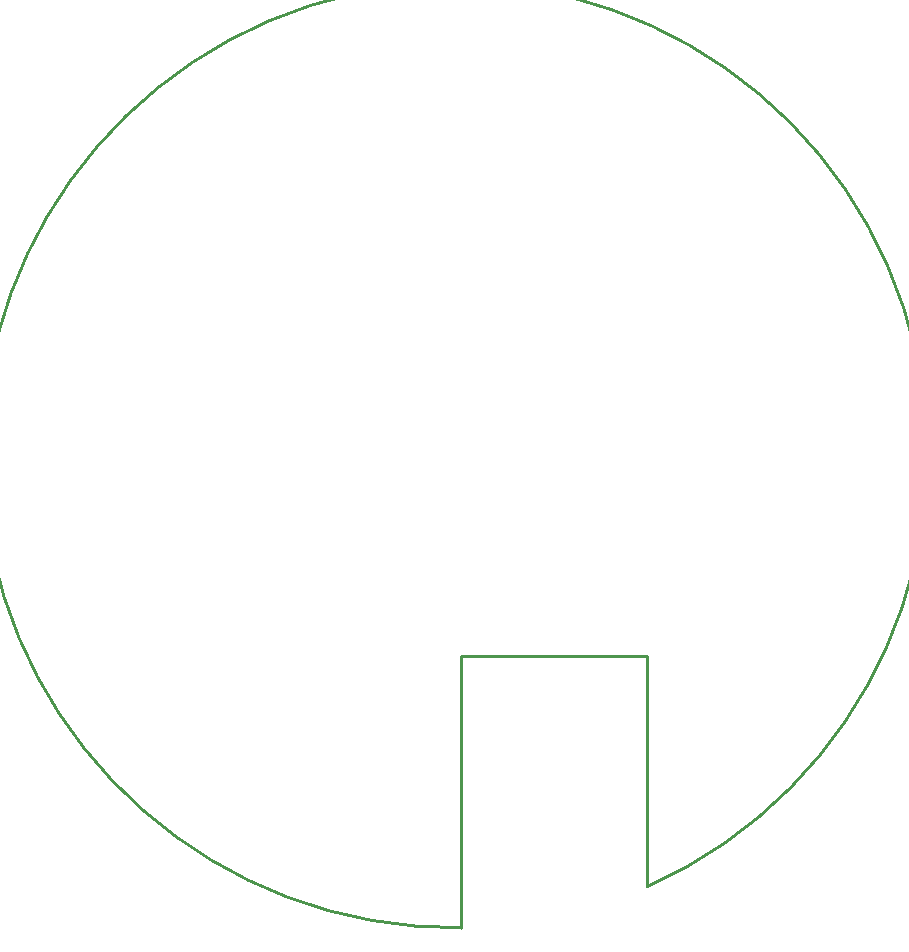
<source format=gko>
G04 Layer: BoardOutlineLayer*
G04 EasyEDA v6.5.48, 2025-01-21 20:06:33*
G04 1a15377ceeac4a35b7f9d19b891e4bc2,48bb6e63cd8b433992a3f5e94ad137e8,10*
G04 Gerber Generator version 0.2*
G04 Scale: 100 percent, Rotated: No, Reflected: No *
G04 Dimensions in millimeters *
G04 leading zeros omitted , absolute positions ,4 integer and 5 decimal *
%FSLAX45Y45*%
%MOMM*%

%ADD10C,0.2540*%
D10*
X4648200Y1676400D02*
G01*
X4648200Y3975100D01*
X6223000Y3975100D01*
X6223000Y2032000D01*
G75*
G01*
X6223157Y2022198D02*
G03*
X4648352Y1677233I-1625757J3654703D01*

%LPD*%
M02*

</source>
